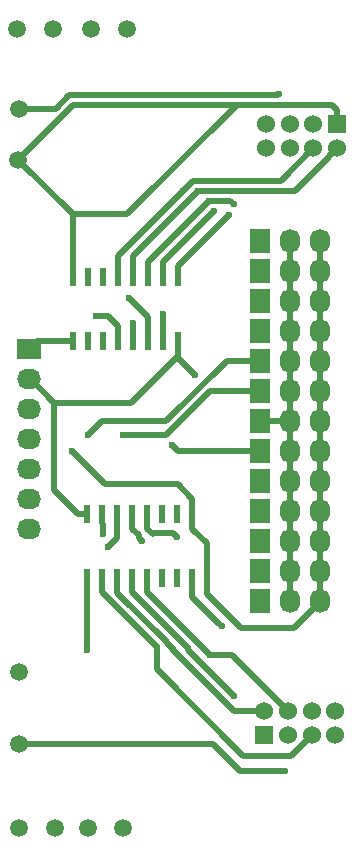
<source format=gbr>
G04 #@! TF.FileFunction,Copper,L2,Bot,Signal*
%FSLAX46Y46*%
G04 Gerber Fmt 4.6, Leading zero omitted, Abs format (unit mm)*
G04 Created by KiCad (PCBNEW 4.0.2+dfsg1-stable) date Wed 09 May 2018 11:30:02 PM PDT*
%MOMM*%
G01*
G04 APERTURE LIST*
%ADD10C,0.100000*%
%ADD11R,2.032000X1.727200*%
%ADD12O,2.032000X1.727200*%
%ADD13R,1.727200X2.032000*%
%ADD14O,1.727200X2.032000*%
%ADD15R,0.600000X1.500000*%
%ADD16C,1.500000*%
%ADD17R,1.524000X1.524000*%
%ADD18C,1.524000*%
%ADD19C,0.600000*%
%ADD20C,0.500000*%
G04 APERTURE END LIST*
D10*
D11*
X153576020Y-91567000D03*
D12*
X153576020Y-94107000D03*
X153576020Y-96647000D03*
X153576020Y-99187000D03*
X153576020Y-101727000D03*
X153576020Y-104267000D03*
X153576020Y-106807000D03*
D13*
X173156020Y-92532000D03*
D14*
X175696020Y-92532000D03*
X178236020Y-92532000D03*
D13*
X173156020Y-95072000D03*
D14*
X175696020Y-95072000D03*
X178236020Y-95072000D03*
D13*
X173156020Y-100152000D03*
D14*
X175696020Y-100152000D03*
X178236020Y-100152000D03*
D13*
X173156020Y-107772000D03*
D14*
X175696020Y-107772000D03*
X178236020Y-107772000D03*
D13*
X173156020Y-105232000D03*
D14*
X175696020Y-105232000D03*
X178236020Y-105232000D03*
D13*
X173156020Y-84912000D03*
D14*
X175696020Y-84912000D03*
X178236020Y-84912000D03*
D13*
X173156020Y-82372000D03*
D14*
X175696020Y-82372000D03*
X178236020Y-82372000D03*
D13*
X173156020Y-102692000D03*
D14*
X175696020Y-102692000D03*
X178236020Y-102692000D03*
D13*
X173156020Y-87452000D03*
D14*
X175696020Y-87452000D03*
X178236020Y-87452000D03*
D13*
X173156020Y-89992000D03*
D14*
X175696020Y-89992000D03*
X178236020Y-89992000D03*
D13*
X173156020Y-112852000D03*
D14*
X175696020Y-112852000D03*
X178236020Y-112852000D03*
D13*
X173156020Y-110312000D03*
D14*
X175696020Y-110312000D03*
X178236020Y-110312000D03*
D15*
X166182040Y-90863400D03*
X164912040Y-90863400D03*
X163642040Y-90863400D03*
X162372040Y-90863400D03*
X161102040Y-90863400D03*
X159832040Y-90863400D03*
X158562040Y-90863400D03*
X157292040Y-90863400D03*
X157292040Y-85463400D03*
X158562040Y-85463400D03*
X159832040Y-85463400D03*
X161102040Y-85463400D03*
X162372040Y-85463400D03*
X163642040Y-85463400D03*
X164912040Y-85463400D03*
X166182040Y-85463400D03*
X158539180Y-105504020D03*
X159809180Y-105504020D03*
X161079180Y-105504020D03*
X162349180Y-105504020D03*
X163619180Y-105504020D03*
X164889180Y-105504020D03*
X166159180Y-105504020D03*
X167429180Y-105504020D03*
X167429180Y-110904020D03*
X166159180Y-110904020D03*
X164889180Y-110904020D03*
X163619180Y-110904020D03*
X162349180Y-110904020D03*
X161079180Y-110904020D03*
X159809180Y-110904020D03*
X158539180Y-110904020D03*
D13*
X173156020Y-97612000D03*
D14*
X175696020Y-97612000D03*
X178236020Y-97612000D03*
D16*
X152603200Y-64465200D03*
X155651200Y-64465200D03*
X158826200Y-64465200D03*
X161874200Y-64465200D03*
X152781000Y-132080000D03*
X155829000Y-132080000D03*
X158623000Y-132080000D03*
X161544000Y-132080000D03*
X152730200Y-71221600D03*
X152781000Y-124968000D03*
X152679400Y-75514200D03*
X152781000Y-118872000D03*
D17*
X179657000Y-72533000D03*
D18*
X177657000Y-72533000D03*
X175657000Y-72533000D03*
X173657000Y-72533000D03*
X179657000Y-74533000D03*
X177657000Y-74533000D03*
X175657000Y-74533000D03*
X173657000Y-74533000D03*
D17*
X173530000Y-124190000D03*
D18*
X175530000Y-124190000D03*
X177530000Y-124190000D03*
X179530000Y-124190000D03*
X173530000Y-122190000D03*
X175530000Y-122190000D03*
X177530000Y-122190000D03*
X179530000Y-122190000D03*
D19*
X157226000Y-100203000D03*
X167640000Y-93726000D03*
X170928410Y-79298800D03*
X168873241Y-78982199D03*
X170484800Y-80238600D03*
X174752000Y-69951600D03*
X169293607Y-79834640D03*
X167915814Y-78132198D03*
X166608810Y-78181200D03*
X170942000Y-120904000D03*
X167085960Y-116890800D03*
X175260000Y-127254000D03*
X158539180Y-117060980D03*
X168884600Y-117419440D03*
X165760400Y-116973854D03*
X164393560Y-116738400D03*
X169931950Y-115013920D03*
X158623000Y-98806000D03*
X161544000Y-98806000D03*
X165735000Y-99695000D03*
X159258000Y-88773000D03*
X162372040Y-89347040D03*
X162052000Y-87249000D03*
X164912040Y-88579960D03*
X159893000Y-107188000D03*
X160274000Y-108331000D03*
X163195000Y-107823000D03*
X166116000Y-107442000D03*
D20*
X168656000Y-112268000D02*
X168656000Y-107980840D01*
X168656000Y-107980840D02*
X167429180Y-106754020D01*
X167429180Y-106754020D02*
X167429180Y-105504020D01*
X171577000Y-115189000D02*
X168656000Y-112268000D01*
X176051420Y-115189000D02*
X171577000Y-115189000D01*
X178236020Y-112852000D02*
X178236020Y-113004400D01*
X178236020Y-113004400D02*
X176051420Y-115189000D01*
X166172160Y-102997000D02*
X160020000Y-102997000D01*
X160020000Y-102997000D02*
X157226000Y-100203000D01*
X167429180Y-105504020D02*
X167429180Y-104254020D01*
X167429180Y-104254020D02*
X166172160Y-102997000D01*
X178236020Y-110312000D02*
X178236020Y-112852000D01*
X178236020Y-92532000D02*
X178236020Y-96393000D01*
X178236020Y-96393000D02*
X178236020Y-98933000D01*
X178236020Y-95072000D02*
X178236020Y-96393000D01*
X178236020Y-98933000D02*
X178236020Y-101473000D01*
X178236020Y-97612000D02*
X178236020Y-98933000D01*
X178236020Y-101473000D02*
X178236020Y-104013000D01*
X178236020Y-100152000D02*
X178236020Y-101473000D01*
X178236020Y-104013000D02*
X178236020Y-106553000D01*
X178236020Y-102692000D02*
X178236020Y-104013000D01*
X178236020Y-105232000D02*
X178236020Y-106553000D01*
X178236020Y-106553000D02*
X178236020Y-110312000D01*
X178236020Y-107772000D02*
X178236020Y-106553000D01*
X178236020Y-110312000D02*
X178236020Y-110464400D01*
X153423620Y-91567000D02*
X153576020Y-91567000D01*
X178236020Y-89992000D02*
X178236020Y-92532000D01*
X178236020Y-87452000D02*
X178236020Y-89992000D01*
X178236020Y-84912000D02*
X178236020Y-87452000D01*
X178236020Y-82372000D02*
X178236020Y-84912000D01*
X157292040Y-90863400D02*
X154279620Y-90863400D01*
X154279620Y-90863400D02*
X153576020Y-91567000D01*
X173105020Y-105283000D02*
X173156020Y-105232000D01*
X158539180Y-105504020D02*
X157739180Y-105504020D01*
X157739180Y-105504020D02*
X155709620Y-103474460D01*
X155709620Y-103474460D02*
X155709620Y-96088200D01*
X166182040Y-92113400D02*
X166182040Y-92268040D01*
X166182040Y-92268040D02*
X167640000Y-93726000D01*
X175696020Y-112852000D02*
X175696020Y-110312000D01*
X175696020Y-110312000D02*
X175696020Y-107772000D01*
X175696020Y-105232000D02*
X175696020Y-107772000D01*
X175696020Y-102692000D02*
X175696020Y-105232000D01*
X175696020Y-100152000D02*
X175696020Y-102692000D01*
X175696020Y-100152000D02*
X175696020Y-97612000D01*
X175696020Y-97612000D02*
X175696020Y-95072000D01*
X175696020Y-95072000D02*
X175696020Y-92532000D01*
X175696020Y-92532000D02*
X175696020Y-89992000D01*
X175696020Y-89992000D02*
X175696020Y-87452000D01*
X175696020Y-84912000D02*
X175696020Y-87452000D01*
X175696020Y-82372000D02*
X175696020Y-84912000D01*
X173156020Y-97612000D02*
X175696020Y-97612000D01*
X166182040Y-90863400D02*
X166182040Y-92113400D01*
X166182040Y-92113400D02*
X162207240Y-96088200D01*
X162207240Y-96088200D02*
X155709620Y-96088200D01*
X155709620Y-96088200D02*
X153728420Y-94107000D01*
X153728420Y-94107000D02*
X153576020Y-94107000D01*
X170628411Y-78998801D02*
X170928410Y-79298800D01*
X163642040Y-84213400D02*
X168873241Y-78982199D01*
X168873241Y-78982199D02*
X170611809Y-78982199D01*
X163642040Y-85463400D02*
X163642040Y-84213400D01*
X170611809Y-78982199D02*
X170628411Y-78998801D01*
X174752000Y-69951600D02*
X174640611Y-70062989D01*
X166182040Y-84541360D02*
X166182040Y-85463400D01*
X170484800Y-80238600D02*
X166182040Y-84541360D01*
X155840616Y-71221600D02*
X152730200Y-71221600D01*
X156999227Y-70062989D02*
X155840616Y-71221600D01*
X174640611Y-70062989D02*
X156999227Y-70062989D01*
X164912040Y-84213400D02*
X169290800Y-79834640D01*
X164912040Y-85463400D02*
X164912040Y-84213400D01*
X169290800Y-79834640D02*
X169293607Y-79834640D01*
X176147202Y-78132198D02*
X178969001Y-75310399D01*
X178969001Y-75310399D02*
X178969001Y-75220999D01*
X178969001Y-75220999D02*
X179657000Y-74533000D01*
X162372040Y-84213400D02*
X162372040Y-85463400D01*
X162372040Y-83675972D02*
X162372040Y-84213400D01*
X167915814Y-78132198D02*
X162372040Y-83675972D01*
X176147202Y-78132198D02*
X167915814Y-78132198D01*
X166608810Y-78181200D02*
X167507813Y-77282197D01*
X167507813Y-77282197D02*
X174907803Y-77282197D01*
X174907803Y-77282197D02*
X177657000Y-74533000D01*
X166608810Y-78181200D02*
X161102040Y-83687970D01*
X161102040Y-84213400D02*
X161102040Y-85463400D01*
X161102040Y-83687970D02*
X161102040Y-84213400D01*
X171184399Y-70862999D02*
X179070000Y-70862999D01*
X179657000Y-72533000D02*
X179657000Y-71271000D01*
X179657000Y-71271000D02*
X179248999Y-70862999D01*
X179248999Y-70862999D02*
X179070000Y-70862999D01*
X152679400Y-75514200D02*
X157330601Y-70862999D01*
X157330601Y-70862999D02*
X171184399Y-70862999D01*
X157292040Y-80126840D02*
X161920558Y-80126840D01*
X161920558Y-80126840D02*
X171184399Y-70862999D01*
X157292040Y-85463400D02*
X157292040Y-80126840D01*
X157292040Y-80126840D02*
X152679400Y-75514200D01*
X167085960Y-116890800D02*
X167085960Y-117047960D01*
X167085960Y-117047960D02*
X170942000Y-120904000D01*
X167085960Y-116890800D02*
X162349180Y-112154020D01*
X162349180Y-110904020D02*
X162349180Y-112154020D01*
X152781000Y-124968000D02*
X169164000Y-124968000D01*
X171450000Y-127254000D02*
X175260000Y-127254000D01*
X169164000Y-124968000D02*
X171450000Y-127254000D01*
X158539180Y-110904020D02*
X158539180Y-117060980D01*
X168884600Y-117419440D02*
X170759440Y-117419440D01*
X170759440Y-117419440D02*
X175530000Y-122190000D01*
X168884600Y-117419440D02*
X163619180Y-112154020D01*
X163619180Y-110904020D02*
X163619180Y-112154020D01*
X170958000Y-122190000D02*
X173530000Y-122190000D01*
X165760400Y-116992400D02*
X170958000Y-122190000D01*
X165760400Y-116973854D02*
X165760400Y-116992400D01*
X165243561Y-116457015D02*
X165760400Y-116973854D01*
X165243561Y-116330399D02*
X165243561Y-116457015D01*
X161079180Y-112166018D02*
X165243561Y-116330399D01*
X161079180Y-110904020D02*
X161079180Y-112166018D01*
X164393560Y-116738400D02*
X164393560Y-118673560D01*
X175736000Y-125984000D02*
X177530000Y-124190000D01*
X171704000Y-125984000D02*
X175736000Y-125984000D01*
X164393560Y-118673560D02*
X171704000Y-125984000D01*
X159809180Y-112154020D02*
X164393560Y-116738400D01*
X159809180Y-110904020D02*
X159809180Y-112154020D01*
X169631951Y-114713921D02*
X169931950Y-115013920D01*
X167429180Y-110904020D02*
X167429180Y-112511150D01*
X167429180Y-112511150D02*
X169631951Y-114713921D01*
X165227000Y-97663000D02*
X159766000Y-97663000D01*
X159766000Y-97663000D02*
X158623000Y-98806000D01*
X170358000Y-92532000D02*
X165227000Y-97663000D01*
X173156020Y-92532000D02*
X170358000Y-92532000D01*
X161968264Y-98806000D02*
X161544000Y-98806000D01*
X165215386Y-98806000D02*
X161968264Y-98806000D01*
X168949386Y-95072000D02*
X165215386Y-98806000D01*
X173156020Y-95072000D02*
X168949386Y-95072000D01*
X165735000Y-99695000D02*
X166192000Y-100152000D01*
X166192000Y-100152000D02*
X173156020Y-100152000D01*
X159258000Y-88773000D02*
X160261640Y-88773000D01*
X161102040Y-90863400D02*
X161102040Y-89613400D01*
X161102040Y-89613400D02*
X160261640Y-88773000D01*
X162372040Y-90863400D02*
X162372040Y-89347040D01*
X163642040Y-90863400D02*
X163642040Y-88839040D01*
X163642040Y-88839040D02*
X162052000Y-87249000D01*
X164912040Y-90863400D02*
X164912040Y-88579960D01*
X159893000Y-107188000D02*
X159893000Y-106339640D01*
X159893000Y-106339640D02*
X159809180Y-106255820D01*
X159809180Y-105504020D02*
X159809180Y-106255820D01*
X161079180Y-106977180D02*
X161079180Y-107525820D01*
X161079180Y-107525820D02*
X160274000Y-108331000D01*
X161079180Y-105504020D02*
X161079180Y-106977180D01*
X163195000Y-107823000D02*
X162895001Y-107523001D01*
X162895001Y-107523001D02*
X162895001Y-107299841D01*
X162895001Y-107299841D02*
X162349180Y-106754020D01*
X162349180Y-105504020D02*
X162349180Y-106754020D01*
X166116000Y-107442000D02*
X165816001Y-107142001D01*
X165816001Y-107142001D02*
X164099159Y-107142001D01*
X164099159Y-107142001D02*
X164053160Y-107188000D01*
X163619180Y-105504020D02*
X163619180Y-106754020D01*
X163619180Y-106754020D02*
X164053160Y-107188000D01*
M02*

</source>
